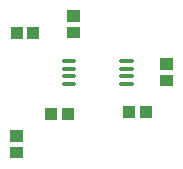
<source format=gtp>
G04 Layer: TopPasteMaskLayer*
G04 EasyEDA v6.1.41, Mon, 03 Jun 2019 03:14:34 GMT*
G04 5a90bc5d05c24feeabf61e1713a7abd1,f719cc3b5e9d4f31bc15a5958a6a0e99,10*
G04 Gerber Generator version 0.2*
G04 Scale: 100 percent, Rotated: No, Reflected: No *
G04 Dimensions in millimeters *
G04 leading zeros omitted , absolute positions ,3 integer and 3 decimal *
%FSLAX33Y33*%
%MOMM*%
G90*
G71D02*

%ADD12C,0.340004*%
%ADD14R,0.999998X1.099998*%

%LPD*%
G54D12*
G01X12494Y13807D02*
G01X11635Y13807D01*
G01X12494Y13157D02*
G01X11635Y13157D01*
G01X12494Y12507D02*
G01X11635Y12507D01*
G01X17346Y11852D02*
G01X16486Y11852D01*
G01X17346Y12502D02*
G01X16486Y12502D01*
G01X17346Y13152D02*
G01X16486Y13152D01*
G01X17346Y13802D02*
G01X16486Y13802D01*
G01X12494Y11857D02*
G01X11635Y11857D01*
G54D14*
G01X10541Y9362D03*
G01X11941Y9362D03*
G36*
G01X7070Y5560D02*
G01X7070Y6560D01*
G01X8170Y6560D01*
G01X8170Y5560D01*
G01X7070Y5560D01*
G37*
G36*
G01X7070Y6960D02*
G01X7070Y7960D01*
G01X8170Y7960D01*
G01X8170Y6960D01*
G01X7070Y6960D01*
G37*
G36*
G01X19770Y11656D02*
G01X19770Y12656D01*
G01X20870Y12656D01*
G01X20870Y11656D01*
G01X19770Y11656D01*
G37*
G36*
G01X19770Y13056D02*
G01X19770Y14056D01*
G01X20870Y14056D01*
G01X20870Y13056D01*
G01X19770Y13056D01*
G37*
G01X17145Y9489D03*
G01X18545Y9489D03*
G01X7620Y16220D03*
G01X9020Y16220D03*
G36*
G01X11896Y15720D02*
G01X11896Y16720D01*
G01X12996Y16720D01*
G01X12996Y15720D01*
G01X11896Y15720D01*
G37*
G36*
G01X11896Y17120D02*
G01X11896Y18120D01*
G01X12996Y18120D01*
G01X12996Y17120D01*
G01X11896Y17120D01*
G37*
M00*
M02*

</source>
